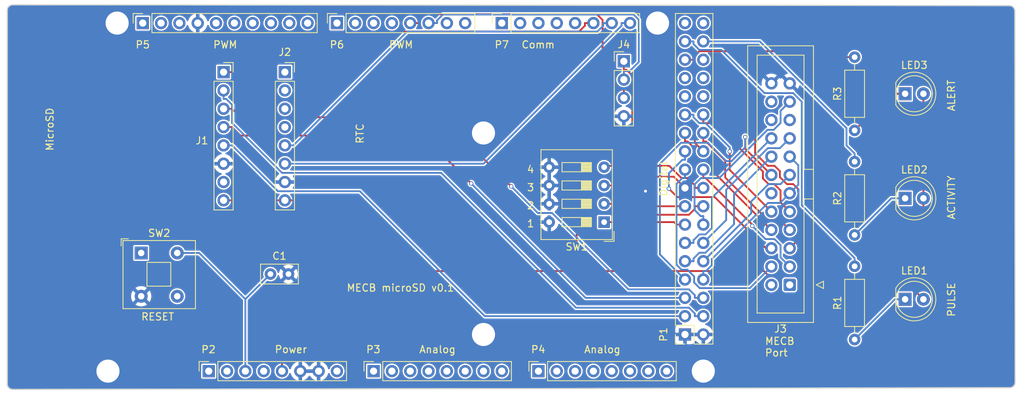
<source format=kicad_pcb>
(kicad_pcb (version 20240108) (generator "pcbnew") (generator_version "8.0")
  (title_block (date "mar. 31 mars 2015"))
  (layers (0 "F.Cu" signal) (31 "B.Cu" signal) (34 "B.Paste" user) (35 "F.Paste" user) (36 "B.SilkS" user "B.Silkscreen") (37 "F.SilkS" user "F.Silkscreen") (38 "B.Mask" user) (39 "F.Mask" user) (44 "Edge.Cuts" user))
  (net 0 "")
  (net 1 "GND")
  (net 2 "Net-(J1-Pin_5)")
  (net 3 "Net-(J1-Pin_2)")
  (net 4 "Net-(J1-Pin_1)")
  (net 6 "OPTION_1")
  (net 7 "OPTION_3")
  (net 8 "OPTION_2")
  (net 9 "OPTION_4")
  (net 10 "DATA_1")
  (net 11 "DATA_0")
  (net 12 "DATA_3")
  (net 13 "DATA_2")
  (net 14 "DATA_5")
  (net 15 "DATA_4")
  (net 16 "DATA_7")
  (net 17 "DATA_6")
  (net 22 "Net-(P1-Pin_31)")
  (net 24 "Net-(P1-Pin_33)")
  (net 25 "Net-(P1-Pin_34)")
  (net 27 "+5V")
  (net 29 "Net-(P2-Pin_3)")
  (net 30 "+8V")
  (net 47 "Net-(J1-Pin_4)")
  (net 48 "Net-(J1-Pin_3)")
  (net 60 "+3V3")
  (net 72 "Net-(J2-Pin_5)")
  (net 75 "Net-(J2-Pin_6)")
  (net 76 "Net-(J3-Pin_11)")
  (net 77 "Net-(J3-Pin_18)")
  (net 80 "Net-(J3-Pin_16)")
  (net 81 "Net-(J3-Pin_13)")
  (net 82 "Net-(J3-Pin_14)")
  (net 83 "Net-(J3-Pin_17)")
  (net 85 "Net-(J3-Pin_21)")
  (net 89 "Net-(LED2-K)")
  (net 90 "Net-(J4-Pin_2)")
  (net 91 "Net-(J4-Pin_3)")
  (net 92 "Net-(LED1-K)")
  (net 93 "Net-(LED3-K)")
  (footprint "Connector_PinSocket_2.54mm:PinSocket_2x18_P2.54mm_Vertical" (layer "F.Cu") (at 193.98 92.38 180)
    (property "Reference" "P1" (hide yes))
    (property "Value" "Digital" (at 2.98 21.59 90) (layer "F.SilkS"))
    (fp_text user "${REFERENCE}" (at 2.98 0 90) (layer "F.SilkS"))
    (pad "1" thru_hole rect (at 0 0 180) (size 1.7 1.7) (drill 1) (layers "*.Cu" "*.Mask") (net 1 "GND"))
    (pad "2" thru_hole oval (at -2.54 0 180) (size 1.7 1.7) (drill 1) (layers "*.Cu" "*.Mask") (net 1 "GND"))
    (pad "3" thru_hole oval (at 0 2.54 180) (size 1.7 1.7) (drill 1) (layers "*.Cu" "*.Mask") (net 2 "Net-(J1-Pin_5)"))
    (pad "4" thru_hole oval (at -2.54 2.54 180) (size 1.7 1.7) (drill 1) (layers "*.Cu" "*.Mask") (net 3 "Net-(J1-Pin_2)"))
    (pad "5" thru_hole oval (at 0 5.08 180) (size 1.7 1.7) (drill 1) (layers "*.Cu" "*.Mask") (net 47 "Net-(J1-Pin_4)"))
    (pad "6" thru_hole oval (at -2.54 5.08 180) (size 1.7 1.7) (drill 1) (layers "*.Cu" "*.Mask") (net 48 "Net-(J1-Pin_3)"))
    (pad "7" thru_hole oval (at 0 7.62 180) (size 1.7 1.7) (drill 1) (layers "*.Cu" "*.Mask") (net 82 "Net-(J3-Pin_14)"))
    (pad "8" thru_hole oval (at -2.54 7.62 180) (size 1.7 1.7) (drill 1) (layers "*.Cu" "*.Mask") (net 76 "Net-(J3-Pin_11)"))
    (pad "9" thru_hole oval (at 0 10.16 180) (size 1.7 1.7) (drill 1) (layers "*.Cu" "*.Mask") (net 80 "Net-(J3-Pin_16)"))
    (pad "10" thru_hole oval (at -2.54 10.16 180) (size 1.7 1.7) (drill 1) (layers "*.Cu" "*.Mask") (net 81 "Net-(J3-Pin_13)"))
    (pad "11" thru_hole oval (at 0 12.7 180) (size 1.7 1.7) (drill 1) (layers "*.Cu" "*.Mask") (net 77 "Net-(J3-Pin_18)"))
    (pad "12" thru_hole oval (at -2.54 12.7 180) (size 1.7 1.7) (drill 1) (layers "*.Cu" "*.Mask") (net 83 "Net-(J3-Pin_17)"))
    (pad "13" thru_hole oval (at 0 15.24 180) (size 1.7 1.7) (drill 1) (layers "*.Cu" "*.Mask") (net 6 "OPTION_1"))
    (pad "14" thru_hole oval (at -2.54 15.24 180) (size 1.7 1.7) (drill 1) (layers "*.Cu" "*.Mask") (net 85 "Net-(J3-Pin_21)"))
    (pad "15" thru_hole oval (at 0 17.78 180) (size 1.7 1.7) (drill 1) (layers "*.Cu" "*.Mask") (net 7 "OPTION_3"))
    (pad "16" thru_hole oval (at -2.54 17.78 180) (size 1.7 1.7) (drill 1) (layers "*.Cu" "*.Mask") (net 8 "OPTION_2"))
    (pad "17" thru_hole oval (at 0 20.32 180) (size 1.7 1.7) (drill 1) (layers "*.Cu" "*.Mask") (net 1 "GND"))
    (pad "18" thru_hole oval (at -2.54 20.32 180) (size 1.7 1.7) (drill 1) (layers "*.Cu" "*.Mask") (net 9 "OPTION_4"))
    (pad "19" thru_hole oval (at 0 22.86 180) (size 1.7 1.7) (drill 1) (layers "*.Cu" "*.Mask") (net 10 "DATA_1"))
    (pad "20" thru_hole oval (at -2.54 22.86 180) (size 1.7 1.7) (drill 1) (layers "*.Cu" "*.Mask") (net 11 "DATA_0"))
    (pad "21" thru_hole oval (at 0 25.4 180) (size 1.7 1.7) (drill 1) (layers "*.Cu" "*.Mask") (net 12 "DATA_3"))
    (pad "22" thru_hole oval (at -2.54 25.4 180) (size 1.7 1.7) (drill 1) (layers "*.Cu" "*.Mask") (net 13 "DATA_2"))
    (pad "23" thru_hole oval (at 0 27.94 180) (size 1.7 1.7) (drill 1) (layers "*.Cu" "*.Mask") (net 14 "DATA_5"))
    (pad "24" thru_hole oval (at -2.54 27.94 180) (size 1.7 1.7) (drill 1) (layers "*.Cu" "*.Mask") (net 15 "DATA_4"))
    (pad "25" thru_hole oval (at 0 30.48 180) (size 1.7 1.7) (drill 1) (layers "*.Cu" "*.Mask") (net 16 "DATA_7"))
    (pad "26" thru_hole oval (at -2.54 30.48 180) (size 1.7 1.7) (drill 1) (layers "*.Cu" "*.Mask") (net 17 "DATA_6"))
    (pad "27" thru_hole oval (at 0 33.02 180) (size 1.7 1.7) (drill 1) (layers "*.Cu" "*.Mask"))
    (pad "28" thru_hole oval (at -2.54 33.02 180) (size 1.7 1.7) (drill 1) (layers "*.Cu" "*.Mask"))
    (pad "29" thru_hole oval (at 0 35.56 180) (size 1.7 1.7) (drill 1) (layers "*.Cu" "*.Mask"))
    (pad "30" thru_hole oval (at -2.54 35.56 180) (size 1.7 1.7) (drill 1) (layers "*.Cu" "*.Mask"))
    (pad "31" thru_hole oval (at 0 38.1 180) (size 1.7 1.7) (drill 1) (layers "*.Cu" "*.Mask") (net 22 "Net-(P1-Pin_31)"))
    (pad "32" thru_hole oval (at -2.54 38.1 180) (size 1.7 1.7) (drill 1) (layers "*.Cu" "*.Mask"))
    (pad "33" thru_hole oval (at 0 40.64 180) (size 1.7 1.7) (drill 1) (layers "*.Cu" "*.Mask") (net 24 "Net-(P1-Pin_33)"))
    (pad "34" thru_hole oval (at -2.54 40.64 180) (size 1.7 1.7) (drill 1) (layers "*.Cu" "*.Mask") (net 25 "Net-(P1-Pin_34)"))
    (pad "35" thru_hole oval (at 0 43.18 180) (size 1.7 1.7) (drill 1) (layers "*.Cu" "*.Mask"))
    (pad "36" thru_hole oval (at -2.54 43.18 180) (size 1.7 1.7) (drill 1) (layers "*.Cu" "*.Mask"))
  )
  (footprint "Connector_PinSocket_2.54mm:PinSocket_1x08_P2.54mm_Vertical" (layer "F.Cu") (at 127.94 97.46 90)
    (property "Reference" "P2" (hide yes))
    (property "Value" "Power" (at 3.01 11.4 180) (layer "F.SilkS"))
    (fp_text user "${REFERENCE}" (at 3 -0.03 0) (layer "F.SilkS"))
    (pad "1" thru_hole rect (at 0 0 90) (size 1.7 1.7) (drill 1) (layers "*.Cu" "*.Mask"))
    (pad "2" thru_hole oval (at 0 2.54 90) (size 1.7 1.7) (drill 1) (layers "*.Cu" "*.Mask"))
    (pad "3" thru_hole oval (at 0 5.08 90) (size 1.7 1.7) (drill 1) (layers "*.Cu" "*.Mask") (net 29 "Net-(P2-Pin_3)"))
    (pad "4" thru_hole oval (at 0 7.62 90) (size 1.7 1.7) (drill 1) (layers "*.Cu" "*.Mask") (net 60 "+3V3"))
    (pad "5" thru_hole oval (at 0 10.16 90) (size 1.7 1.7) (drill 1) (layers "*.Cu" "*.Mask") (net 27 "+5V"))
    (pad "6" thru_hole oval (at 0 12.7 90) (size 1.7 1.7) (drill 1) (layers "*.Cu" "*.Mask") (net 1 "GND"))
    (pad "7" thru_hole oval (at 0 15.24 90) (size 1.7 1.7) (drill 1) (layers "*.Cu" "*.Mask") (net 1 "GND"))
    (pad "8" thru_hole oval (at 0 17.78 90) (size 1.7 1.7) (drill 1) (layers "*.Cu" "*.Mask") (net 30 "+8V"))
  )
  (footprint "Connector_PinSocket_2.54mm:PinSocket_1x08_P2.54mm_Vertical" (layer "F.Cu") (at 150.8 97.46 90)
    (property "Reference" "P3" (hide yes))
    (property "Value" "Analog" (at 3 8.86 180) (layer "F.SilkS"))
    (fp_text user "${REFERENCE}" (at 3 -0.03 0) (layer "F.SilkS"))
    (pad "1" thru_hole rect (at 0 0 90) (size 1.7 1.7) (drill 1) (layers "*.Cu" "*.Mask"))
    (pad "2" thru_hole oval (at 0 2.54 90) (size 1.7 1.7) (drill 1) (layers "*.Cu" "*.Mask"))
    (pad "3" thru_hole oval (at 0 5.08 90) (size 1.7 1.7) (drill 1) (layers "*.Cu" "*.Mask"))
    (pad "4" thru_hole oval (at 0 7.62 90) (size 1.7 1.7) (drill 1) (layers "*.Cu" "*.Mask"))
    (pad "5" thru_hole oval (at 0 10.16 90) (size 1.7 1.7) (drill 1) (layers "*.Cu" "*.Mask"))
    (pad "6" thru_hole oval (at 0 12.7 90) (size 1.7 1.7) (drill 1) (layers "*.Cu" "*.Mask"))
    (pad "7" thru_hole oval (at 0 15.24 90) (size 1.7 1.7) (drill 1) (layers "*.Cu" "*.Mask"))
    (pad "8" thru_hole oval (at 0 17.78 90) (size 1.7 1.7) (drill 1) (layers "*.Cu" "*.Mask"))
  )
  (footprint "Connector_PinSocket_2.54mm:PinSocket_1x08_P2.54mm_Vertical" (layer "F.Cu") (at 173.66 97.46 90)
    (property "Reference" "P4" (hide yes))
    (property "Value" "Analog" (at 3 8.86 180) (layer "F.SilkS"))
    (fp_text user "${REFERENCE}" (at 3 -0.03 0) (layer "F.SilkS"))
    (pad "1" thru_hole rect (at 0 0 90) (size 1.7 1.7) (drill 1) (layers "*.Cu" "*.Mask"))
    (pad "2" thru_hole oval (at 0 2.54 90) (size 1.7 1.7) (drill 1) (layers "*.Cu" "*.Mask"))
    (pad "3" thru_hole oval (at 0 5.08 90) (size 1.7 1.7) (drill 1) (layers "*.Cu" "*.Mask"))
    (pad "4" thru_hole oval (at 0 7.62 90) (size 1.7 1.7) (drill 1) (layers "*.Cu" "*.Mask"))
    (pad "5" thru_hole oval (at 0 10.16 90) (size 1.7 1.7) (drill 1) (layers "*.Cu" "*.Mask"))
    (pad "6" thru_hole oval (at 0 12.7 90) (size 1.7 1.7) (drill 1) (layers "*.Cu" "*.Mask"))
    (pad "7" thru_hole oval (at 0 15.24 90) (size 1.7 1.7) (drill 1) (layers "*.Cu" "*.Mask"))
    (pad "8" thru_hole oval (at 0 17.78 90) (size 1.7 1.7) (drill 1) (layers "*.Cu" "*.Mask"))
  )
  (footprint "Connector_PinSocket_2.54mm:PinSocket_1x10_P2.54mm_Vertical" (layer "F.Cu") (at 118.796 49.2 90)
    (property "Reference" "P5" (hide yes))
    (property "Value" "PWM" (at -3 11.43 180) (layer "F.SilkS"))
    (fp_text user "${REFERENCE}" (at -3 0 0) (layer "F.SilkS"))
    (pad "1" thru_hole rect (at 0 0 90) (size 1.7 1.7) (drill 1) (layers "*.Cu" "*.Mask"))
    (pad "2" thru_hole oval (at 0 2.54 90) (size 1.7 1.7) (drill 1) (layers "*.Cu" "*.Mask"))
    (pad "3" thru_hole oval (at 0 5.08 90) (size 1.7 1.7) (drill 1) (layers "*.Cu" "*.Mask"))
    (pad "4" thru_hole oval (at 0 7.62 90) (size 1.7 1.7) (drill 1) (layers "*.Cu" "*.Mask") (net 1 "GND"))
    (pad "5" thru_hole oval (at 0 10.16 90) (size 1.7 1.7) (drill 1) (layers "*.Cu" "*.Mask"))
    (pad "6" thru_hole oval (at 0 12.7 90) (size 1.7 1.7) (drill 1) (layers "*.Cu" "*.Mask"))
    (pad "7" thru_hole oval (at 0 15.24 90) (size 1.7 1.7) (drill 1) (layers "*.Cu" "*.Mask"))
    (pad "8" thru_hole oval (at 0 17.78 90) (size 1.7 1.7) (drill 1) (layers "*.Cu" "*.Mask"))
    (pad "9" thru_hole oval (at 0 20.32 90) (size 1.7 1.7) (drill 1) (layers "*.Cu" "*.Mask"))
    (pad "10" thru_hole oval (at 0 22.86 90) (size 1.7 1.7) (drill 1) (layers "*.Cu" "*.Mask"))
  )
  (footprint "Connector_PinSocket_2.54mm:PinSocket_1x08_P2.54mm_Vertical" (layer "F.Cu") (at 145.72 49.2 90)
    (property "Reference" "P6" (hide yes))
    (property "Value" "PWM" (at -3 8.89 180) (layer "F.SilkS"))
    (fp_text user "${REFERENCE}" (at -3 0 0) (layer "F.SilkS"))
    (pad "1" thru_hole rect (at 0 0 90) (size 1.7 1.7) (drill 1) (layers "*.Cu" "*.Mask"))
    (pad "2" thru_hole oval (at 0 2.54 90) (size 1.7 1.7) (drill 1) (layers "*.Cu" "*.Mask"))
    (pad "3" thru_hole oval (at 0 5.08 90) (size 1.7 1.7) (drill 1) (layers "*.Cu" "*.Mask"))
    (pad "4" thru_hole oval (at 0 7.62 90) (size 1.7 1.7) (drill 1) (layers "*.Cu" "*.Mask"))
    (pad "5" thru_hole oval (at 0 10.16 90) (size 1.7 1.7) (drill 1) (layers "*.Cu" "*.Mask") (net 91 "Net-(J4-Pin_3)"))
    (pad "6" thru_hole oval (at 0 12.7 90) (size 1.7 1.7) (drill 1) (layers "*.Cu" "*.Mask") (net 90 "Net-(J4-Pin_2)"))
    (pad "7" thru_hole oval (at 0 15.24 90) (size 1.7 1.7) (drill 1) (layers "*.Cu" "*.Mask"))
    (pad "8" thru_hole oval (at 0 17.78 90) (size 1.7 1.7) (drill 1) (layers "*.Cu" "*.Mask"))
  )
  (footprint "Connector_PinSocket_2.54mm:PinSocket_1x08_P2.54mm_Vertical" (layer "F.Cu") (at 168.58 49.2 90)
    (property "Reference" "P7" (hide yes))
    (property "Value" "Comm" (at -3 5.04 180) (layer "F.SilkS"))
    (fp_text user "${REFERENCE}" (at -3 0 0) (layer "F.SilkS"))
    (pad "1" thru_hole rect (at 0 0 90) (size 1.7 1.7) (drill 1) (layers "*.Cu" "*.Mask"))
    (pad "2" thru_hole oval (at 0 2.54 90) (size 1.7 1.7) (drill 1) (layers "*.Cu" "*.Mask"))
    (pad "3" thru_hole oval (at 0 5.08 90) (size 1.7 1.7) (drill 1) (layers "*.Cu" "*.Mask"))
    (pad "4" thru_hole oval (at 0 7.62 90) (size 1.7 1.7) (drill 1) (layers "*.Cu" "*.Mask"))
    (pad "5" thru_hole oval (at 0 10.16 90) (size 1.7 1.7) (drill 1) (layers "*.Cu" "*.Mask"))
    (pad "6" thru_hole oval (at 0 12.7 90) (size 1.7 1.7) (drill 1) (layers "*.Cu" "*.Mask") (net 4 "Net-(J1-Pin_1)"))
    (pad "7" thru_hole oval (at 0 15.24 90) (size 1.7 1.7) (drill 1) (layers "*.Cu" "*.Mask") (net 72 "Net-(J2-Pin_5)"))
    (pad "8" thru_hole oval (at 0 17.78 90) (size 1.7 1.7) (drill 1) (layers "*.Cu" "*.Mask") (net 75 "Net-(J2-Pin_6)"))
  )
  (footprint "Resistor_THT:R_Axial_DIN0207_L6.3mm_D2.5mm_P10.16mm_Horizontal" (layer "F.Cu") (at 217.5 64.08 90)
    (property "Reference" "R3" (at 5.08 -2.37 90) (layer "F.SilkS"))
    (property "Value" "220R")
    (pad "1" thru_hole circle (at 0 0 90) (size 1.6 1.6) (drill 0.8) (layers "*.Cu" "*.Mask") (net 93 "Net-(LED3-K)"))
    (pad "2" thru_hole oval (at 10.16 0 90) (size 1.6 1.6) (drill 0.8) (layers "*.Cu" "*.Mask") (net 22 "Net-(P1-Pin_31)"))
  )
  (footprint "Resistor_THT:R_Axial_DIN0207_L6.3mm_D2.5mm_P10.16mm_Horizontal" (layer "F.Cu") (at 217.5 93.08 90)
    (property "Reference" "R1" (at 5.08 -2.37 90) (layer "F.SilkS"))
    (property "Value" "220R")
    (pad "1" thru_hole circle (at 0 0 90) (size 1.6 1.6) (drill 0.8) (layers "*.Cu" "*.Mask") (net 92 "Net-(LED1-K)"))
    (pad "2" thru_hole oval (at 10.16 0 90) (size 1.6 1.6) (drill 0.8) (layers "*.Cu" "*.Mask") (net 24 "Net-(P1-Pin_33)"))
  )
  (footprint "Connector_PinSocket_2.54mm:PinSocket_1x08_P2.54mm_Vertical" (layer "F.Cu") (at 130 56)
    (property "Reference" "J1" (at -3 9.5 0) (layer "F.SilkS"))
    (property "Value" "MicroSD")
    (pad "1" thru_hole rect (at 0 0) (size 1.7 1.7) (drill 1) (layers "*.Cu" "*.Mask") (net 4 "Net-(J1-Pin_1)"))
    (pad "2" thru_hole oval (at 0 2.54) (size 1.7 1.7) (drill 1) (layers "*.Cu" "*.Mask") (net 3 "Net-(J1-Pin_2)"))
    (pad "3" thru_hole oval (at 0 5.08) (size 1.7 1.7) (drill 1) (layers "*.Cu" "*.Mask") (net 48 "Net-(J1-Pin_3)"))
    (pad "4" thru_hole oval (at 0 7.62) (size 1.7 1.7) (drill 1) (layers "*.Cu" "*.Mask") (net 47 "Net-(J1-Pin_4)"))
    (pad "5" thru_hole oval (at 0 10.16) (size 1.7 1.7) (drill 1) (layers "*.Cu" "*.Mask") (net 2 "Net-(J1-Pin_5)"))
    (pad "6" thru_hole oval (at 0 12.7) (size 1.7 1.7) (drill 1) (layers "*.Cu" "*.Mask") (net 1 "GND"))
    (pad "7" thru_hole oval (at 0 15.24) (size 1.7 1.7) (drill 1) (layers "*.Cu" "*.Mask"))
    (pad "8" thru_hole oval (at 0 17.78) (size 1.7 1.7) (drill 1) (layers "*.Cu" "*.Mask") (net 27 "+5V"))
  )
  (footprint "Arduino_MountingHole:MountingHole_3.2mm" (layer "F.Cu") (at 196.52 97.46)
    (property "Reference" "MH6" (hide yes))
    (property "Value" "MountingHole_3.2mm" (hide yes))
    (pad "" np_thru_hole circle (at 0 0) (size 3.2 3.2) (drill 3.2) (layers "*.Cu" "*.Mask"))
  )
  (footprint "Connector_PinHeader_2.54mm:PinHeader_1x04_P2.54mm_Vertical" (layer "F.Cu") (at 185.5 54.5)
    (property "Reference" "J4" (at 0 -2.33 0) (layer "F.SilkS"))
    (property "Value" "PS/2" (hide yes))
    (pad "1" thru_hole rect (at 0 0) (size 1.7 1.7) (drill 1) (layers "*.Cu" "*.Mask") (net 27 "+5V"))
    (pad "2" thru_hole oval (at 0 2.54) (size 1.7 1.7) (drill 1) (layers "*.Cu" "*.Mask") (net 90 "Net-(J4-Pin_2)"))
    (pad "3" thru_hole oval (at 0 5.08) (size 1.7 1.7) (drill 1) (layers "*.Cu" "*.Mask") (net 91 "Net-(J4-Pin_3)"))
    (pad "4" thru_hole oval (at 0 7.62) (size 1.7 1.7) (drill 1) (layers "*.Cu" "*.Mask") (net 1 "GND"))
  )
  (footprint "Button_Switch_THT:SW_Push_2P1T_Toggle_CK_PVA1xxH1xxxxxxV2" (layer "F.Cu") (at 118.5775 81.0775)
    (property "Reference" "SW2" (at 2.5 -2.75 0) (layer "F.SilkS"))
    (property "Value" "RESET")
    (pad "1" thru_hole rect (at 0 0) (size 1.8 1.8) (drill 0.9) (layers "*.Cu" "*.Mask"))
    (pad "2" thru_hole circle (at 5 0) (size 1.8 1.8) (drill 0.9) (layers "*.Cu" "*.Mask") (net 29 "Net-(P2-Pin_3)"))
    (pad "3" thru_hole circle (at 0 6) (size 1.8 1.8) (drill 0.9) (layers "*.Cu" "*.Mask") (net 1 "GND"))
    (pad "4" thru_hole circle (at 5 6) (size 1.8 1.8) (drill 0.9) (layers "*.Cu" "*.Mask"))
  )
  (footprint "LED_THT:LED_D5.0mm" (layer "F.Cu") (at 224.5 87.5)
    (property "Reference" "LED1" (at 1.27 -3.96 0) (layer "F.SilkS"))
    (property "Value" "GREEN")
    (pad "1" thru_hole rect (at 0 0) (size 1.8 1.8) (drill 0.9) (layers "*.Cu" "*.Mask") (net 92 "Net-(LED1-K)"))
    (pad "2" thru_hole circle (at 2.54 0) (size 1.8 1.8) (drill 0.9) (layers "*.Cu" "*.Mask") (net 27 "+5V"))
  )
  (footprint "Connector_IDC:IDC-Header_2x12_P2.54mm_Vertical" (layer "F.Cu") (at 208.5 85.5 180)
    (property "Reference" "J3" (at 1.27 -6.1 0) (layer "F.SilkS"))
    (property "Value" "MECB")
    (pad "1" thru_hole roundrect (at 0 0 180) (size 1.7 1.7) (drill 1) (layers "*.Cu" "*.Mask") (roundrect_rratio 0.147059))
    (pad "2" thru_hole circle (at 2.54 0 180) (size 1.7 1.7) (drill 1) (layers "*.Cu" "*.Mask"))
    (pad "3" thru_hole circle (at 0 2.54 180) (size 1.7 1.7) (drill 1) (layers "*.Cu" "*.Mask") (net 11 "DATA_0"))
    (pad "4" thru_hole circle (at 2.54 2.54 180) (size 1.7 1.7) (drill 1) (layers "*.Cu" "*.Mask") (net 10 "DATA_1"))
    (pad "5" thru_hole circle (at 0 5.08 180) (size 1.7 1.7) (drill 1) (layers "*.Cu" "*.Mask") (net 13 "DATA_2"))
    (pad "6" thru_hole circle (at 2.54 5.08 180) (size 1.7 1.7) (drill 1) (layers "*.Cu" "*.Mask") (net 12 "DATA_3"))
    (pad "7" thru_hole circle (at 0 7.62 180) (size 1.7 1.7) (drill 1) (layers "*.Cu" "*.Mask") (net 15 "DATA_4"))
    (pad "8" thru_hole circle (at 2.54 7.62 180) (size 1.7 1.7) (drill 1) (layers "*.Cu" "*.Mask") (net 14 "DATA_5"))
    (pad "9" thru_hole circle (at 0 10.16 180) (size 1.7 1.7) (drill 1) (layers "*.Cu" "*.Mask") (net 17 "DATA_6"))
    (pad "10" thru_hole circle (at 2.54 10.16 180) (size 1.7 1.7) (drill 1) (layers "*.Cu" "*.Mask") (net 16 "DATA_7"))
    (pad "11" thru_hole circle (at 0 12.7 180) (size 1.7 1.7) (drill 1) (layers "*.Cu" "*.Mask") (net 76 "Net-(J3-Pin_11)"))
    (pad "12" thru_hole circle (at 2.54 12.7 180) (size 1.7 1.7) (drill 1) (layers "*.Cu" "*.Mask"))
    (pad "13" thru_hole circle (at 0 15.24 180) (size 1.7 1.7) (drill 1) (layers "*.Cu" "*.Mask") (net 81 "Net-(J3-Pin_13)"))
    (pad "14" thru_hole circle (at 2.54 15.24 180) (size 1.7 1.7) (drill 1) (layers "*.Cu" "*.Mask") (net 82 "Net-(J3-Pin_14)"))
    (pad "15" thru_hole circle (at 0 17.78 180) (size 1.7 1.7) (drill 1) (layers "*.Cu" "*.Mask") (net 76 "Net-(J3-Pin_11)"))
    (pad "16" thru_hole circle (at 2.54 17.78 180) (size 1.7 1.7) (drill 1) (layers "*.Cu" "*.Mask") (net 80 "Net-(J3-Pin_16)"))
    (pad "17" thru_hole circle (at 0 20.32 180) (size 1.7 1.7) (drill 1) (layers "*.Cu" "*.Mask") (net 83 "Net-(J3-Pin_17)"))
    (pad "18" thru_hole circle (at 2.54 20.32 180) (size 1.7 1.7) (drill 1) (layers "*.Cu" "*.Mask") (net 77 "Net-(J3-Pin_18)"))
    (pad "19" thru_hole circle (at 0 22.86 180) (size 1.7 1.7) (drill 1) (layers "*.Cu" "*.Mask"))
    (pad "20" thru_hole circle (at 2.54 22.86 180) (size 1.7 1.7) (drill 1) (layers "*.Cu" "*.Mask"))
    (pad "21" thru_hole circle (at 0 25.4 180) (size 1.7 1.7) (drill 1) (layers "*.Cu" "*.Mask") (net 85 "Net-(J3-Pin_21)"))
    (pad "22" thru_hole circle (at 2.54 25.4 180) (size 1.7 1.7) (drill 1) (layers "*.Cu" "*.Mask"))
    (pad "23" thru_hole circle (at 0 27.94 180) (size 1.7 1.7) (drill 1) (layers "*.Cu" "*.Mask") (net 1 "GND"))
    (pad "24" thru_hole circle (at 2.54 27.94 180) (size 1.7 1.7) (drill 1) (layers "*.Cu" "*.Mask") (net 1 "GND"))
  )
  (footprint "Arduino_MountingHole:MountingHole_3.2mm" (layer "F.Cu") (at 115.24 49.2)
    (property "Reference" "MH1" (hide yes))
    (property "Value" "MountingHole_3.2mm" (hide yes))
    (pad "" np_thru_hole circle (at 0 0) (size 3.2 3.2) (drill 3.2) (layers "*.Cu" "*.Mask"))
  )
  (footprint "Capacitor_THT:C_Disc_D5.0mm_W2.5mm_P2.50mm" (layer "F.Cu") (at 136.5 84)
    (property "Reference" "C1" (at 1.25 -2.5 0) (layer "F.SilkS"))
    (property "Value" "100nF")
    (pad "1" thru_hole circle (at 0 0) (size 1.6 1.6) (drill 0.8) (layers "*.Cu" "*.Mask") (net 29 "Net-(P2-Pin_3)"))
    (pad "2" thru_hole circle (at 2.5 0) (size 1.6 1.6) (drill 0.8) (layers "*.Cu" "*.Mask") (net 1 "GND"))
  )
  (footprint "Connector_PinSocket_2.54mm:PinSocket_1x08_P2.54mm_Vertical" (layer "F.Cu") (at 138.5 56)
    (property "Reference" "J2" (at 0 -2.77 0) (layer "F.SilkS"))
    (property "Value" "RTC")
    (pad "1" thru_hole rect (at 0 0) (size 1.7 1.7) (drill 1) (layers "*.Cu" "*.Mask"))
    (pad "2" thru_hole oval (at 0 2.54) (size 1.7 1.7) (drill 1) (layers "*.Cu" "*.Mask"))
    (pad "3" thru_hole oval (at 0 5.08) (size 1.7 1.7) (drill 1) (layers "*.Cu" "*.Mask"))
    (pad "4" thru_hole oval (at 0 7.62) (size 1.7 1.7) (drill 1) (layers "*.Cu" "*.Mask"))
    (pad "5" thru_hole oval (at 0 10.16) (size 1.7 1.7) (drill 1) (layers "*.Cu" "*.Mask") (net 72 "Net-(J2-Pin_5)"))
    (pad "6" thru_hole oval (at 0 12.7) (size 1.7 1.7) (drill 1) (layers "*.Cu" "*.Mask") (net 75 "Net-(J2-Pin_6)"))
    (pad "7" thru_hole oval (at 0 15.24) (size 1.7 1.7) (drill 1) (layers "*.Cu" "*.Mask") (net 1 "GND"))
    (pad "8" thru_hole oval (at 0 17.78) (size 1.7 1.7) (drill 1) (layers "*.Cu" "*.Mask") (net 27 "+5V"))
  )
  (footprint "Button_Switch_THT:SW_DIP_SPSTx04_Slide_9.78x12.34mm_W7.62mm_P2.54mm" (layer "F.Cu") (at 182.7675 76.8 180)
    (property "Reference" "SW1" (at 3.81 -3.42 0) (layer "F.SilkS"))
    (property "Value" "OPTIONS")
    (pad "1" thru_hole rect (at 0 0 180) (size 1.6 1.6) (drill 0.8) (layers "*.Cu" "*.Mask") (net 6 "OPTION_1"))
    (pad "2" thru_hole oval (at 0 2.54 180) (size 1.6 1.6) (drill 0.8) (layers "*.Cu" "*.Mask") (net 8 "OPTION_2"))
    (pad "3" thru_hole oval (at 0 5.08 180) (size 1.6 1.6) (drill 0.8) (layers "*.Cu" "*.Mask") (net 7 "OPTION_3"))
    (pad "4" thru_hole oval (at 0 7.62 180) (size 1.6 1.6) (drill 0.8) (layers "*.Cu" "*.Mask") (net 9 "OPTION_4"))
    (pad "5" thru_hole oval (at 7.62 7.62 180) (size 1.6 1.6) (drill 0.8) (layers "*.Cu" "*.Mask") (net 1 "GND"))
    (pad "6" thru_hole oval (at 7.62 5.08 180) (size 1.6 1.6) (drill 0.8) (layers "*.Cu" "*.Mask") (net 1 "GND"))
    (pad "7" thru_hole oval (at 7.62 2.54 180) (size 1.6 1.6) (drill 0.8) (layers "*.Cu" "*.Mask") (net 1 "GND"))
    (pad "8" thru_hole oval (at 7.62 0 180) (size 1.6 1.6) (drill 0.8) (layers "*.Cu" "*.Mask") (net 1 "GND"))
  )
  (footprint "Resistor_THT:R_Axial_DIN0207_L6.3mm_D2.5mm_P10.16mm_Horizontal" (layer "F.Cu") (at 217.5 78.58 90)
    (property "Reference" "R2" (at 5.08 -2.37 90) (layer "F.SilkS"))
    (property "Value" "220R")
    (pad "1" thru_hole circle (at 0 0 90) (size 1.6 1.6) (drill 0.8) (layers "*.Cu" "*.Mask") (net 89 "Net-(LED2-K)"))
    (pad "2" thru_hole oval (at 10.16 0 90) (size 1.6 1.6) (drill 0.8) (layers "*.Cu" "*.Mask") (net 25 "Net-(P1-Pin_34)"))
  )
  (footprint "LED_THT:LED_D5.0mm" (layer "F.Cu") (at 224.5 59)
    (property "Reference" "LED3" (at 1.27 -3.96 0) (layer "F.SilkS"))
    (property "Value" "RED")
    (pad "1" thru_hole rect (at 0 0) (size 1.8 1.8) (drill 0.9) (layers "*.Cu" "*.Mask") (net 93 "Net-(LED3-K)"))
    (pad "2" thru_hole circle (at 2.54 0) (size 1.8 1.8) (drill 0.9) (layers "*.Cu" "*.Mask") (net 27 "+5V"))
  )
  (footprint "LED_THT:LED_D5.0mm" (layer "F.Cu") (at 224.5 73.5)
    (property "Reference" "LED2" (at 1.27 -3.96 0) (layer "F.SilkS"))
    (property "Value" "YELLOW")
    (pad "1" thru_hole rect (at 0 0) (size 1.8 1.8) (drill 0.9) (layers "*.Cu" "*.Mask") (net 89 "Net-(LED2-K)"))
    (pad "2" thru_hole circle (at 2.54 0) (size 1.8 1.8) (drill 0.9) (layers "*.Cu" "*.Mask") (net 27 "+5V"))
  )
  (footprint "Arduino_MountingHole:MountingHole_3.2mm" (layer "F.Cu") (at 113.97 97.46)
    (property "Reference" "MH2" (hide yes))
    (property "Value" "MountingHole_3.2mm" (hide yes))
    (pad "" np_thru_hole circle (at 0 0) (size 3.2 3.2) (drill 3.2) (layers "*.Cu" "*.Mask"))
  )
  (footprint "Arduino_MountingHole:MountingHole_3.2mm" (layer "F.Cu") (at 166.04 64.44)
    (property "Reference" "MH3" (hide yes))
    (property "Value" "MountingHole_3.2mm" (hide yes))
    (pad "" np_thru_hole circle (at 0 0) (size 3.2 3.2) (drill 3.2) (layers "*.Cu" "*.Mask"))
  )
  (footprint "Arduino_MountingHole:MountingHole_3.2mm" (layer "F.Cu") (at 166.04 92.38)
    (property "Reference" "MH4" (hide yes))
    (property "Value" "MountingHole_3.2mm" (hide yes))
    (pad "" np_thru_hole circle (at 0 0) (size 3.2 3.2) (drill 3.2) (layers "*.Cu" "*.Mask"))
  )
  (footprint "Arduino_MountingHole:MountingHole_3.2mm" (layer "F.Cu") (at 190.17 49.2)
    (property "Reference" "MH5" (hide yes))
    (property "Value" "MountingHole_3.2mm" (hide yes))
    (pad "" np_thru_hole circle (at 0 0) (size 3.2 3.2) (drill 3.2) (layers "*.Cu" "*.Mask"))
  )
  (gr_line (start 100 99.238) (end 100 47.422) (stroke (width 0.15)) (layer "Edge.Cuts"))
  (gr_arc (start 239.762 99) (mid 239.538815 99.538815) (end 239 99.762) (stroke (width 0.15)) (layer "Edge.Cuts"))
  (gr_line (start 239.762 99) (end 239.723185 47.538815) (stroke (width 0.15)) (layer "Edge.Cuts"))
  (gr_line (start 239 99.762) (end 100.762 100) (stroke (width 0.15)) (layer "Edge.Cuts"))
  (gr_line (start 100.762 46.66) (end 238.961185 46.776815) (stroke (width 0.15)) (layer "Edge.Cuts"))
  (gr_arc (start 100.762 100) (mid 100.223185 99.776815) (end 100 99.238) (stroke (width 0.15)) (layer "Edge.Cuts"))
  (gr_arc (start 238.961185 46.776815) (mid 239.5 47) (end 239.723185 47.538815) (stroke (width 0.15)) (layer "Edge.Cuts"))
  (gr_arc (start 100 47.422) (mid 100.223185 46.883185) (end 100.762 46.66) (stroke (width 0.15)) (layer "Edge.Cuts"))
  (gr_text "PULSE" (at 231.5 90 90) (layer "F.SilkS") (effects (font (size 1 1)) (justify left bottom)))
  (gr_text "2" (at 172 74.5 0) (layer "F.SilkS") (effects (font (size 1 1)) (justify left)))
  (gr_text "ALERT" (at 231.5 61.5 90) (layer "F.SilkS") (effects (font (size 1 1)) (justify left bottom)))
  (gr_text "3" (at 172 72 0) (layer "F.SilkS") (effects (font (size 1 1)) (justify left)))
  (gr_text "1" (at 172 77 0) (layer "F.SilkS") (effects (font (size 1 1)) (justify left)))
  (gr_text "ACTIVITY" (at 231.5 76.5 90) (layer "F.SilkS") (effects (font (size 1 1)) (justify left bottom)))
  (gr_text "MECB\nPort" (at 205 95.5 0) (layer "F.SilkS") (effects (font (size 1 1)) (justify left bottom)))
  (gr_text "RESET" (at 118.5 90.5 0) (layer "F.SilkS") (effects (font (size 1 1)) (justify left bottom)))
  (gr_text "RTC" (at 149.5 66 90) (layer "F.SilkS") (effects (font (size 1 1)) (justify left bottom)))
  (gr_text "4" (at 172 69.5 0) (layer "F.SilkS") (effects (font (size 1 1)) (justify left)))
  (gr_text "MicroSD" (at 106.5 67 90) (layer "F.SilkS") (effects (font (size 1 1)) (justify left bottom)))
  (gr_text "MECB microSD v0.1" (at 147 86.5 0) (layer "F.SilkS") (effects (font (size 1 1)) (justify left bottom)))
  (segment (start 188.5 72) (end 188.5 72.5) (width 0.25) (layer "F.Cu") (net 1))
  (segment (start 190 70.5) (end 188.5 72) (width 0.25) (layer "F.Cu") (net 1))
  (segment (start 192.42 70.5) (end 190 70.5) (width 0.25) (layer "F.Cu") (net 1))
  (segment (start 193.98 72.06) (end 192.42 70.5) (width 0.25) (layer "F.Cu") (net 1))
  (via (at 188.5 72.5) (size 0.6) (drill 0.4) (layers "F.Cu" "B.Cu") (net 1))
  (segment (start 148.897 72.5145) (end 166.223 89.84) (width 0.25) (layer "B.Cu") (net 2))
  (segment (start 131.177 66.16) (end 137.531 72.5145) (width 0.25) (layer "B.Cu") (net 2))
  (segment (start 130 66.16) (end 131.177 66.16) (width 0.25) (layer "B.Cu") (net 2))
  (segment (start 166.223 89.84) (end 193.98 89.84) (width 0.25) (layer "B.Cu") (net 2))
  (segment (start 137.531 72.5145) (end 148.897 72.5145) (width 0.25) (layer "B.Cu") (net 2))
  (segment (start 130 59.7167) (end 130.368 59.7167) (width 0.25) (layer "B.Cu") (net 3))
  (segment (start 131.177 60.5256) (end 131.177 63.0463) (width 0.25) (layer "B.Cu") (net 3))
  (segment (start 130 58.54) (end 130 59.7167) (width 0.25) (layer "B.Cu") (net 3))
  (segment (start 130.368 59.7167) (end 131.177 60.5256) (width 0.25) (layer "B.Cu") (net 3))
  (segment (start 194.534 88.6633) (end 195.343 89.4722) (width 0.25) (layer "B.Cu") (net 3))
  (segment (start 178.862 88.6633) (end 194.534 88.6633) (width 0.25) (layer "B.Cu") (net 3))
  (segment (start 160.169 69.97) (end 178.862 88.6633) (width 0.25) (layer "B.Cu") (net 3))
  (segment (start 138.1 69.97) (end 160.169 69.97) (width 0.25) (layer "B.Cu") (net 3))
  (segment (start 131.177 63.0463) (end 138.1 69.97) (width 0.25) (layer "B.Cu") (net 3))
  (segment (start 195.343 89.84) (end 196.52 89.84) (width 0.25) (layer "B.Cu") (net 3))
  (segment (start 195.343 89.4722) (end 195.343 89.84) (width 0.25) (layer "B.Cu") (net 3))
  (segment (start 180.103 49.5678) (end 179.294 50.3767) (width 0.25) (layer "F.Cu") (net 4))
  (segment (start 136.8 50.3767) (end 131.177 56) (width 0.25) (layer "F.Cu") (net 4))
  (segment (start 131.177 56) (end 130 56) (width 0.25) (layer "F.Cu") (net 4))
  (segment (start 181.28 49.2) (end 180.103 49.2) (width 0.25) (layer "F.Cu") (net 4))
  (segment (start 179.294 50.3767) (end 136.8 50.3767) (width 0.25) (layer "F.Cu") (net 4))
  (segment (start 180.103 49.2) (end 180.103 49.5678) (width 0.25) (layer "F.Cu") (net 4))
  (segment (start 192.463 76.8) (end 182.768 76.8) (width 0.25) (layer "F.Cu") (net 6))
  (segment (start 193.98 77.14) (end 192.803 77.14) (width 0.25) (layer "F.Cu") (net 6))
  (segment (start 182.768 76.8) (end 182.7675 76.8) (width 0.25) (layer "F.Cu") (net 6))
  (segment (start 192.803 77.14) (end 192.463 76.8) (width 0.25) (layer "F.Cu") (net 6))
  (segment (start 183.894 71.72) (end 182.768 71.72) (width 0.25) (layer "F.Cu") (net 7))
  (segment (start 182.768 71.72) (end 182.7675 71.72) (width 0.25) (layer "F.Cu") (net 7))
  (segment (start 193.98 74.6) (end 186.774 74.6) (width 0.25) (layer "F.Cu") (net 7))
  (segment (start 186.774 74.6) (end 183.894 71.72) (width 0.25) (layer "F.Cu") (net 7))
  (segment (start 196.52 74.6) (end 195.343 74.6) (width 0.25) (layer "F.Cu") (net 8))
  (segment (start 183.894 74.26) (end 182.768 74.26) (width 0.25) (layer "F.Cu") (net 8))
  (segment (start 195.343 74.9678) (end 194.534 75.7767) (width 0.25) (layer "F.Cu") (net 8))
  (segment (start 185.411 75.7767) (end 183.894 74.26) (width 0.25) (layer "F.Cu") (net 8))
  (segment (start 195.343 74.6) (end 195.343 74.9678) (width 0.25) (layer "F.Cu") (net 8))
  (segment (start 182.768 74.26) (end 182.7675 74.26) (width 0.25) (layer "F.Cu") (net 8))
  (segment (start 194.534 75.7767) (end 185.411 75.7767) (width 0.25) (layer "F.Cu") (net 8))
  (segment (start 191.798 69) (end 182.948 69) (width 0.25) (layer "F.Cu") (net 9))
  (segment (start 182.948 69) (end 182.858 69.09) (width 0.25) (layer "F.Cu") (net 9))
  (segment (start 194.346 70.695) (end 193.493 70.695) (width 0.25) (layer "F.Cu") (net 9))
  (segment (start 182.858 69.09) (end 182.8575 69.09) (width 0.25) (layer "F.Cu") (net 9))
  (segment (start 193.493 70.695) (end 191.798 69) (width 0.25) (layer "F.Cu") (net 9))
  (segment (start 182.8575 69.09) (end 182.7675 69.18) (width 0.25) (layer "F.Cu") (net 9))
  (segment (start 196.52 72.06) (end 195.343 72.06) (width 0.25) (layer "F.Cu") (net 9))
  (segment (start 195.343 72.06) (end 195.343 71.6922) (width 0.25) (layer "F.Cu") (net 9))
  (segment (start 182.858 69.09) (end 182.768 69.18) (width 0.25) (layer "F.Cu") (net 9))
  (segment (start 195.343 71.6922) (end 194.346 70.695) (width 0.25) (layer "F.Cu") (net 9))
  (segment (start 193.612 70.6967) (end 193.98 70.6967) (width 0.25) (layer "B.Cu") (net 10))
  (segment (start 195.25 84.3292) (end 194.318 83.3967) (width 0.25) (layer "B.Cu") (net 10))
  (segment (start 193.492 83.3967) (end 192.803 82.708) (width 0.25) (layer "B.Cu") (net 10))
  (segment (start 194.318 83.3967) (end 193.492 83.3967) (width 0.25) (layer "B.Cu") (net 10))
  (segment (start 196.021 85.9457) (end 195.25 85.1744) (width 0.25) (layer "B.Cu") (net 10))
  (segment (start 205.96 82.96) (end 202.974 85.9457) (width 0.25) (layer "B.Cu") (net 10))
  (segment (start 192.803 82.708) (end 192.803 71.5056) (width 0.25) (layer "B.Cu") (net 10))
  (segment (start 195.25 85.1744) (end 195.25 84.3292) (width 0.25) (layer "B.Cu") (net 10))
  (segment (start 192.803 71.5056) (end 193.612 70.6967) (width 0.25) (layer "B.Cu") (net 10))
  (segment (start 193.98 70.6967) (end 193.98 69.52) (width 0.25) (layer "B.Cu") (net 10))
  (segment (start 202.974 85.9457) (end 196.021 85.9457) (width 0.25) (layer "B.Cu") (net 10))
  (segment (start 196.52 70.6967) (end 196.52 69.52) (width 0.25) (layer "F.Cu") (net 11))
  (segment (start 203.313 77.3258) (end 203.313 77.1522) (width 0.25) (layer "F.Cu") (net 11))
  (segment (start 196.858 70.6967) (end 196.52 70.6967) (width 0.25) (layer "F.Cu") (net 11))
  (segment (start 203.313 77.1522) (end 196.858 70.6967) (width 0.25) (layer "F.Cu") (net 11))
  (via (at 203.313 77.3258) (size 0.6) (drill 0.4) (layers "F.Cu" "B.Cu") (net 11))
  (segment (start 207.23 79.9891) (end 207.23 81.69) (width 0.25) (layer "B.Cu") (net 11))
  (segment (start 207.23 81.69) (end 208.5 82.96) (width 0.25) (layer "B.Cu") (net 11))
  (segment (start 205.137 79.15) (end 206.391 79.15) (width 0.25) (layer "B.Cu") (net 11))
  (segment (start 206.391 79.15) (end 207.23 79.9891) (width 0.25) (layer "B.Cu") (net 11))
  (segment (start 203.313 77.3258) (end 205.137 79.15) (width 0.25) (layer "B.Cu") (net 11))
  (segment (start 192.911 73.3301) (end 198.108 73.3301) (width 0.25) (layer "F.Cu") (net 12))
  (segment (start 198.108 73.3301) (end 205.198 80.42) (width 0.25) (layer "F.Cu") (net 12))
  (segment (start 191.75 72.1689) (end 192.911 73.3301) (width 0.25) (layer "F.Cu") (net 12))
  (segment (start 205.198 80.42) (end 205.96 80.42) (width 0.25) (layer "F.Cu") (net 12))
  (via (at 191.75 72.1689) (size 0.6) (drill 0.4) (layers "F.Cu" "B.Cu") (net 12))
  (segment (start 193.612 68.1567) (end 191.75 70.0193) (width 0.25) (layer "B.Cu") (net 12))
  (segment (start 191.75 70.0193) (end 191.75 72.1689) (width 0.25) (layer "B.Cu") (net 12))
  (segment (start 193.98 66.98) (end 193.98 68.1567) (width 0.25) (layer "B.Cu") (net 12))
  (segment (start 193.98 68.1567) (end 193.612 68.1567) (width 0.25) (layer "B.Cu") (net 12))
  (segment (start 192.741 58.8916) (end 193.455 58.1782) (width 0.25) (layer "F.Cu") (net 13))
  (segment (start 209.711 79.2089) (end 208.5 80.42) (width 0.25) (layer "F.Cu") (net 13))
  (segment (start 208.106 71.53) (end 208.989 71.53) (width 0.25) (layer "F.Cu") (net 13))
  (segment (start 196.52 66.98) (end 195.343 65.8033) (width 0.25) (layer "F.Cu") (net 13))
  (segment (start 203.703 64.8128) (end 203.703 67.2457) (width 0.25) (layer "F.Cu") (net 13))
  (segment (start 208.989 71.53) (end 209.711 72.2525) (width 0.25) (layer "F.Cu") (net 13))
  (segment (start 209.711 72.2525) (end 209.711 79.2089) (width 0.25) (layer "F.Cu") (net 13))
  (segment (start 195.343 65.8033) (end 195.343 64.1244) (width 0.25) (layer "F.Cu") (net 13))
  (segment (start 197.068 58.1782) (end 203.703 64.8128) (width 0.25) (layer "F.Cu") (net 13))
  (segment (start 206.397 68.99) (end 207.137 69.7299) (width 0.25) (layer "F.Cu") (net 13))
  (segment (start 207.137 70.5608) (end 208.106 71.53) (width 0.25) (layer "F.Cu") (net 13))
  (segment (start 207.137 69.7299) (end 207.137 70.5608) (width 0.25) (layer "F.Cu") (net 13))
  (segment (start 205.447 68.99) (end 206.397 68.99) (width 0.25) (layer "F.Cu") (net 13))
  (segment (start 192.741 62.3823) (end 192.741 58.8916) (width 0.25) (layer "F.Cu") (net 13))
  (segment (start 195.343 64.1244) (end 194.352 63.1326) (width 0.25) (layer "F.Cu") (net 13))
  (segment (start 203.703 67.2457) (end 205.447 68.99) (width 0.25) (layer "F.Cu") (net 13))
  (segment (start 193.455 58.1782) (end 197.068 58.1782) (width 0.25) (layer "F.Cu") (net 13))
  (segment (start 194.352 63.1326) (end 193.492 63.1326) (width 0.25) (layer "F.Cu") (net 13))
  (segment (start 193.492 63.1326) (end 192.741 62.3823) (width 0.25) (layer "F.Cu") (net 13))
  (segment (start 198.427 70.3467) (end 205.96 77.88) (width 0.25) (layer "F.Cu") (net 14))
  (segment (start 198.427 69.7386) (end 198.427 70.3467) (width 0.25) (layer "F.Cu") (net 14))
  (segment (start 193.98 65.6167) (end 194.348 65.6167) (width 0.25) (layer "F.Cu") (net 14))
  (segment (start 194.348 65.6167) (end 195.157 66.4256) (width 0.25) (layer "F.Cu") (net 14))
  (segment (start 196.938 68.25) (end 198.427 69.7386) (width 0.25) (layer "F.Cu") (net 14))
  (segment (start 196.125 68.25) (end 196.938 68.25) (width 0.25) (layer "F.Cu") (net 14))
  (segment (start 193.98 64.44) (end 193.98 65.6167) (width 0.25) (layer "F.Cu") (net 14))
  (segment (start 195.157 66.4256) (end 195.157 67.2815) (width 0.25) (layer "F.Cu") (net 14))
  (segment (start 195.157 67.2815) (end 196.125 68.25) (width 0.25) (layer "F.Cu") (net 14))
  (segment (start 207.137 76.5167) (end 205.456 76.5167) (width 0.25) (layer "F.Cu") (net 15))
  (segment (start 208.5 77.88) (end 207.137 76.5167) (width 0.25) (layer "F.Cu") (net 15))
  (segment (start 199.561 68.2897) (end 196.888 65.6167) (width 0.25) (layer "F.Cu") (net 15))
  (segment (start 205.456 76.5167) (end 199.561 70.6213) (width 0.25) (layer "F.Cu") (net 15))
  (segment (start 196.52 65.6167) (end 196.52 64.44) (width 0.25) (layer "F.Cu") (net 15))
  (segment (start 199.561 70.6213) (end 199.561 68.2897) (width 0.25) (layer "F.Cu") (net 15))
  (segment (start 196.888 65.6167) (end 196.52 65.6167) (width 0.25) (layer "F.Cu") (net 15))
  (segment (start 200.186 67) (end 200.186 69.566) (width 0.25) (layer "F.Cu") (net 16))
  (segment (start 200.186 69.566) (end 205.96 75.34) (width 0.25) (layer "F.Cu") (net 16))
  (via (at 200.186 67) (size 0.6) (drill 0.4) (layers "F.Cu" "B.Cu") (net 16))
  (segment (start 196.833 63.0767) (end 195.966 63.0767) (width 0.25) (layer "B.Cu") (net 16))
  (segment (start 195.157 62.2678) (end 195.157 61.9) (width 0.25) (layer "B.Cu") (net 16))
  (segment (start 200.186 66.4294) (end 196.833 63.0767) (width 0.25) (layer "B.Cu") (net 16))
  (segment (start 195.966 63.0767) (end 195.157 62.2678) (width 0.25) (layer "B.Cu") (net 16))
  (segment (start 200.186 67) (end 200.186 66.4294) (width 0.25) (layer "B.Cu") (net 16))
  (segment (start 195.157 61.9) (end 193.98 61.9) (width 0.25) (layer "B.Cu") (net 16))
  (segment (start 205.568 71.53) (end 206.355 71.53) (width 0.25) (layer "F.Cu") (net 17))
  (segment (start 206.355 71.53) (end 207.23 72.4052) (width 0.25) (layer "F.Cu") (net 17))
  (segment (start 196.52 63.0767) (end 198.077 63.0767) (width 0.25) (layer "F.Cu") (net 17))
  (segment (start 204.785 70.7467) (end 205.568 71.53) (width 0.25) (layer "F.Cu") (net 17))
  (segment (start 204.785 69.785) (end 204.785 70.7467) (width 0.25) (layer "F.Cu") (net 17))
  (segment (start 198.077 63.0767) (end 204.785 69.785) (width 0.25) (layer "F.Cu") (net 17))
  (segment (start 196.52 61.9) (end 196.52 63.0767) (width 0.25) (layer "F.Cu") (net 17))
  (segment (start 207.23 72.4052) (end 207.23 74.07) (width 0.25) (layer "F.Cu") (net 17))
  (segment (start 207.23 74.07) (end 208.5 75.34) (width 0.25) (layer "F.Cu") (net 17))
  (segment (start 216.373 53.92) (end 215.557 53.1033) (width 0.25) (layer "F.Cu") (net 22))
  (segment (start 217.5 53.92) (end 216.373 53.92) (width 0.25) (layer "F.Cu") (net 22))
  (segment (start 195.157 53.9122) (end 195.157 54.28) (width 0.25) (layer "F.Cu") (net 22))
  (segment (start 215.557 53.1033) (end 195.966 53.1033) (width 0.25) (layer "F.Cu") (net 22))
  (segment (start 195.966 53.1033) (end 195.157 53.9122) (width 0.25) (layer "F.Cu") (net 22))
  (segment (start 195.157 54.28) (end 193.98 54.28) (width 0.25) (layer "F.Cu") (net 22))
  (segment (start 199.017 52.9182) (end 195.967 52.9182) (width 0.25) (layer "B.Cu") (net 24))
  (segment (start 195.157 52.1078) (end 195.157 51.74) (width 0.25) (layer "B.Cu") (net 24))
  (segment (start 210.17 60.1057) (end 208.974 58.9096) (width 0.25) (layer "B.Cu") (net 24))
  (segment (start 195.157 51.74) (end 193.98 51.74) (width 0.25) (layer "B.Cu") (net 24))
  (segment (start 205.008 58.9096) (end 199.017 52.9182) (width 0.25) (layer "B.Cu") (net 24))
  (segment (start 217.5 82.92) (end 217.5 81.7933) (width 0.25) (layer "B.Cu") (net 24))
  (segment (start 210.17 74.4633) (end 210.17 60.1057) (width 0.25) (layer "B.Cu") (net 24))
  (segment (start 195.967 52.9182) (end 195.157 52.1078) (width 0.25) (layer "B.Cu") (net 24))
  (segment (start 208.974 58.9096) (end 205.008 58.9096) (width 0.25) (layer "B.Cu") (net 24))
  (segment (start 217.5 81.7933) (end 210.17 74.4633) (width 0.25) (layer "B.Cu") (net 24))
  (segment (start 216.373 63.7661) (end 204.347 51.74) (width 0.25) (layer "B.Cu") (net 25))
  (segment (start 204.347 51.74) (end 196.52 51.74) (width 0.25) (layer "B.Cu") (net 25))
  (segment (start 216.373 66.1666) (end 216.373 63.7661) (width 0.25) (layer "B.Cu") (net 25))
  (segment (start 217.5 68.42) (end 217.5 67.2933) (width 0.25) (layer "B.Cu") (net 25))
  (segment (start 217.5 67.2933) (end 216.373 66.1666) (width 0.25) (layer "B.Cu") (net 25))
  (segment (start 144.382 83.5824) (end 178.9575 83.5824) (width 0.25) (layer "F.Cu") (net 27))
  (segment (start 205.565 84.2295) (end 223.77 84.2295) (width 0.25) (layer "F.Cu") (net 27))
  (segment (start 186.6767 56.4856) (end 185.8678 55.6767) (width 0.25) (layer "F.Cu") (net 27))
  (segment (start 130 73.78) (end 138.5 73.78) (width 0.25) (layer "F.Cu") (net 27))
  (segment (start 144.382 78.4857) (end 139.677 73.78) (width 0.25) (layer "F.Cu") (net 27))
  (segment (start 139.677 73.78) (end 138.5 73.78) (width 0.25) (layer "F.Cu") (net 27))
  (segment (start 185.8678 55.6767) (end 185.5 55.6767) (width 0.25) (layer "F.Cu") (net 27))
  (segment (start 138.1 97.46) (end 138.1 96.2833) (width 0.25) (layer "F.Cu") (net 27))
  (segment (start 227.04 80.959) (end 227.04 73.5) (width 0.25) (layer "F.Cu") (net 27))
  (segment (start 144.382 83.5824) (end 144.382 78.4857) (width 0.25) (layer "F.Cu") (net 27))
  (segment (start 178.9575 83.5824) (end 178.9575 71.3467) (width 0.25) (layer "F.Cu") (net 27))
  (segment (start 204.918 83.5824) (end 205.565 84.2295) (width 0.25) (layer "F.Cu") (net 27))
  (segment (start 144.382 90.0009) (end 144.382 83.5824) (width 0.25) (layer "F.Cu") (net 27))
  (segment (start 178.9575 71.3467) (end 186.6767 63.6275) (width 0.25) (layer "F.Cu") (net 27))
  (segment (start 227.04 73.5) (end 227.04 59) (width 0.25) (layer "F.Cu") (net 27))
  (segment (start 223.77 84.2295) (end 227.04 80.959) (width 0.25) (layer "F.Cu") (net 27))
  (segment (start 178.9575 83.5824) (end 204.918 83.5824) (width 0.25) (layer "F.Cu") (net 27))
  (segment (start 223.77 84.2295) (end 227.04 87.5) (width 0.25) (layer "F.Cu") (net 27))
  (segment (start 186.6767 63.6275) (end 186.6767 56.4856) (width 0.25) (layer "F.Cu") (net 27))
  (segment (start 185.5 54.5) (end 185.5 55.6767) (width 0.25) (layer "F.Cu") (net 27))
  (segment (start 138.1 96.2833) (end 144.382 90.0009) (width 0.25) (layer "F.Cu") (net 27))
  (segment (start 133.02 87.48) (end 133.02 97.46) (width 0.25) (layer "B.Cu") (net 29))
  (segment (start 126.618 81.0775) (end 133.02 87.48) (width 0.25) (layer "B.Cu") (net 29))
  (segment (start 123.578 81.0775) (end 126.618 81.0775) (width 0.25) (layer "B.Cu") (net 29))
  (segment (start 136.5 84) (end 133.02 87.48) (width 0.25) (layer "B.Cu") (net 29))
  (segment (start 123.578 81.0775) (end 123.5775 81.0775) (width 0.25) (layer "B.Cu") (net 29))
  (segment (start 132.353 64.7967) (end 157.692 64.7967) (width 0.25) (layer "F.Cu") (net 47))
  (segment (start 131.177 63.62) (end 132.353 64.7967) (width 0.25) (layer "F.Cu") (net 47))
  (segment (start 130 63.62) (end 131.177 63.62) (width 0.25) (layer "F.Cu") (net 47))
  (segment (start 157.692 64.7967) (end 164.333 71.4376) (width 0.25) (layer "F.Cu") (net 47))
  (via (at 164.333 71.4376) (size 0.6) (drill 0.4) (layers "F.Cu" "B.Cu") (net 47))
  (segment (start 180.196 87.3) (end 164.333 71.4376) (width 0.25) (layer "B.Cu") (net 47))
  (segment (start 193.98 87.3) (end 180.196 87.3) (width 0.25) (layer "B.Cu") (net 47))
  (segment (start 130 61.08) (end 131.177 61.08) (width 0.25) (layer "F.Cu") (net 48))
  (segment (start 131.177 61.08) (end 132.353 62.2567) (width 0.25) (layer "F.Cu") (net 48))
  (segment (start 132.353 62.2567) (end 160.298 62.2567) (width 0.25) (layer "F.Cu") (net 48))
  (segment (start 160.298 62.2567) (end 169.883 71.8422) (width 0.25) (layer "F.Cu") (net 48))
  (via (at 169.883 71.8422) (size 0.6) (drill 0.4) (layers "F.Cu" "B.Cu") (net 48))
  (segment (start 195.343 87.3) (end 196.52 87.3) (width 0.25) (layer "B.Cu") (net 48))
  (segment (start 195.343 86.9322) (end 195.343 87.3) (width 0.25) (layer "B.Cu") (net 48))
  (segment (start 173.571 75.53) (end 175.541 75.53) (width 0.25) (layer "B.Cu") (net 48))
  (segment (start 186.134 86.1233) (end 194.534 86.1233) (width 0.25) (layer "B.Cu") (net 48))
  (segment (start 194.534 86.1233) (end 195.343 86.9322) (width 0.25) (layer "B.Cu") (net 48))
  (segment (start 175.541 75.53) (end 186.134 86.1233) (width 0.25) (layer "B.Cu") (net 48))
  (segment (start 169.883 71.8422) (end 173.571 75.53) (width 0.25) (layer "B.Cu") (net 48))
  (segment (start 139.677 66.16) (end 155.46 50.3767) (width 0.25) (layer "B.Cu") (net 72))
  (segment (start 182.643 49.2) (end 183.82 49.2) (width 0.25) (layer "B.Cu") (net 72))
  (segment (start 138.5 66.16) (end 139.677 66.16) (width 0.25) (layer "B.Cu") (net 72))
  (segment (start 181.834 50.3767) (end 182.643 49.5678) (width 0.25) (layer "B.Cu") (net 72))
  (segment (start 155.46 50.3767) (end 181.834 50.3767) (width 0.25) (layer "B.Cu") (net 72))
  (segment (start 182.643 49.5678) (end 182.643 49.2) (width 0.25) (layer "B.Cu") (net 72))
  (segment (start 185.183 49.2) (end 186.36 49.2) (width 0.25) (layer "B.Cu") (net 75))
  (segment (start 138.5 68.7) (end 166.051 68.7) (width 0.25) (layer "B.Cu") (net 75))
  (segment (start 166.051 68.7) (end 185.183 49.5677) (width 0.25) (layer "B.Cu") (net 75))
  (segment (start 185.183 49.5677) (end 185.183 49.2) (width 0.25) (layer "B.Cu") (net 75))
  (segment (start 209.694 71.6064) (end 208.5 72.8) (width 0.25) (layer "B.Cu") (net 76))
  (segment (start 208.5 67.72) (end 209.694 68.9136) (width 0.25) (layer "B.Cu") (net 76))
  (segment (start 197.697 82.7744) (end 197.697 81.9258) (width 0.25) (layer "B.Cu") (net 76))
  (segment (start 197.697 81.9258) (end 205.487 74.1359) (width 0.25) (layer "B.Cu") (net 76))
  (segment (start 196.52 83.5833) (end 196.888 83.5833) (width 0.25) (layer "B.Cu") (net 76))
  (segment (start 209.694 68.9136) (end 209.694 71.6064) (width 0.25) (layer "B.Cu") (net 76))
  (segment (start 205.487 74.1359) (end 207.164 74.1359) (width 0.25) (layer "B.Cu") (net 76))
  (segment (start 207.164 74.1359) (end 208.5 72.8) (width 0.25) (layer "B.Cu") (net 76))
  (segment (start 196.888 83.5833) (end 197.697 82.7744) (width 0.25) (layer "B.Cu") (net 76))
  (segment (start 196.52 84.76) (end 196.52 83.5833) (width 0.25) (layer "B.Cu") (net 76))
  (segment (start 205.96 65.18) (end 197.711 73.4292) (width 0.25) (layer "B.Cu") (net 77))
  (segment (start 195.157 79.3122) (end 195.157 79.68) (width 0.25) (layer "B.Cu") (net 77))
  (segment (start 196.828 78.5033) (end 195.966 78.5033) (width 0.25) (layer "B.Cu") (net 77))
  (segment (start 197.711 77.6205) (end 196.828 78.5033) (width 0.25) (layer "B.Cu") (net 77))
  (segment (start 197.711 73.4292) (end 197.711 77.6205) (width 0.25) (layer "B.Cu") (net 77))
  (segment (start 195.157 79.68) (end 193.98 79.68) (width 0.25) (layer "B.Cu") (net 77))
  (segment (start 195.966 78.5033) (end 195.157 79.3122) (width 0.25) (layer "B.Cu") (net 77))
  (segment (start 195.157 82.22) (end 195.157 81.8522) (width 0.25) (layer "B.Cu") (net 80))
  (segment (start 195.966 81.0433) (end 196.822 81.0433) (width 0.25) (layer "B.Cu") (net 80))
  (segment (start 193.98 82.22) (end 195.157 82.22) (width 0.25) (layer "B.Cu") (net 80))
  (segment (start 195.157 81.8522) (end 195.966 81.0433) (width 0.25) (layer "B.Cu") (net 80))
  (segment (start 196.822 81.0433) (end 200.781 77.0836) (width 0.25) (layer "B.Cu") (net 80))
  (segment (start 200.781 77.0836) (end 200.781 72.8986) (width 0.25) (layer "B.Cu") (net 80))
  (segment (start 200.781 72.8986) (end 205.96 67.72) (width 0.25) (layer "B.Cu") (net 80))
  (segment (start 207.23 71.53) (end 205.562 71.53) (width 0.25) (layer "B.Cu") (net 81))
  (segment (start 203.164 73.9279) (end 203.164 75.5763) (width 0.25) (layer "B.Cu") (net 81))
  (segment (start 203.164 75.5763) (end 196.52 82.22) (width 0.25) (layer "B.Cu") (net 81))
  (segment (start 208.5 70.26) (end 207.23 71.53) (width 0.25) (layer "B.Cu") (net 81))
  (segment (start 205.562 71.53) (end 203.164 73.9279) (width 0.25) (layer "B.Cu") (net 81))
  (segment (start 202.334 66.6344) (end 205.96 70.26) (width 0.25) (layer "F.Cu") (net 82))
  (segment (start 202.334 65) (end 202.334 66.6344) (width 0.25) (layer "F.Cu") (net 82))
  (via (at 202.334 65) (size 0.6) (drill 0.4) (layers "F.Cu" "B.Cu") (net 82))
  (segment (start 200.841 67.9305) (end 200.43 68.3412) (width 0.25) (layer "B.Cu") (net 82))
  (segment (start 199.703 68.3412) (end 197.157 65.7956) (width 0.25) (layer "B.Cu") (net 82))
  (segment (start 193.433 65.7956) (end 190.5 68.7284) (width 0.25) (layer "B.Cu") (net 82))
  (segment (start 202.334 66.4211) (end 200.841 67.9144) (width 0.25) (layer "B.Cu") (net 82))
  (segment (start 190.5 81.28) (end 193.98 84.76) (width 0.25) (layer "B.Cu") (net 82))
  (segment (start 200.841 67.9144) (end 200.841 67.9305) (width 0.25) (layer "B.Cu") (net 82))
  (segment (start 200.43 68.3412) (end 199.703 68.3412) (width 0.25) (layer "B.Cu") (net 82))
  (segment (start 190.5 68.7284) (end 190.5 81.28) (width 0.25) (layer "B.Cu") (net 82))
  (segment (start 202.334 65) (end 202.334 66.4211) (width 0.25) (layer "B.Cu") (net 82))
  (segment (start 197.157 65.7956) (end 193.433 65.7956) (width 0.25) (layer "B.Cu") (net 82))
  (segment (start 205.466 66.5433) (end 207.137 66.5433) (width 0.25) (layer "B.Cu") (net 83))
  (segment (start 199.693 72.3159) (end 205.466 66.5433) (width 0.25) (layer "B.Cu") (net 83))
  (segment (start 196.52 79.68) (end 199.693 76.5071) (width 0.25) (layer "B.Cu") (net 83))
  (segment (start 199.693 76.5071) (end 199.693 72.3159) (width 0.25) (layer "B.Cu") (net 83))
  (segment (start 207.137 66.5433) (end 208.5 65.18) (width 0.25) (layer "B.Cu") (net 83))
  (segment (start 206.276 64.0033) (end 207.23 63.0489) (width 0.25) (layer "B.Cu") (net 85))
  (segment (start 196.152 75.9633) (end 195.302 75.1134) (width 0.25) (layer "B.Cu") (net 85))
  (segment (start 196.52 75.9633) (end 196.152 75.9633) (width 0.25) (layer "B.Cu") (net 85))
  (segment (start 205.414 64.0033) (end 206.276 64.0033) (width 0.25) (layer "B.Cu") (net 85))
  (segment (start 196.52 77.14) (end 196.52 75.9633) (width 0.25) (layer "B.Cu") (net 85))
  (segment (start 207.23 61.37) (end 208.5 60.1) (width 0.25) (layer "B.Cu") (net 85))
  (segment (start 198.72 70.6967) (end 205.414 64.0033) (width 0.25) (layer "B.Cu") (net 85))
  (segment (start 196.182 70.6967) (end 198.72 70.6967) (width 0.25) (layer "B.Cu") (net 85))
  (segment (start 195.302 71.5768) (end 196.182 70.6967) (width 0.25) (layer "B.Cu") (net 85))
  (segment (start 195.302 75.1134) (end 195.302 71.5768) (width 0.25) (layer "B.Cu") (net 85))
  (segment (start 207.23 63.0489) (end 207.23 61.37) (width 0.25) (layer "B.Cu") (net 85))
  (segment (start 224.5 73.5) (end 222.58 73.5) (width 0.25) (layer "B.Cu") (net 89))
  (segment (start 222.58 73.5) (end 217.5 78.58) (width 0.25) (layer "B.Cu") (net 89))
  (segment (start 185.5 57.04) (end 185.5 55.8633) (width 0.25) (layer "B.Cu") (net 90))
  (segment (start 187.5716 48.737) (end 187.5716 54.6007) (width 0.25) (layer "B.Cu") (net 90))
  (segment (start 186.8468 48.0122) (end 187.5716 48.737) (width 0.25) (layer "B.Cu") (net 90))
  (segment (start 160.4168 48.0122) (end 186.8468 48.0122) (width 0.25) (layer "B.Cu") (net 90))
  (segment (start 186.309 55.8633) (end 185.5 55.8633) (width 0.25) (layer "B.Cu") (net 90))
  (segment (start 159.5967 49.2) (end 159.5967 48.8323) (width 0.25) (layer "B.Cu") (net 90))
  (segment (start 187.5716 54.6007) (end 186.309 55.8633) (width 0.25) (layer "B.Cu") (net 90))
  (segment (start 159.5967 48.8323) (end 160.4168 48.0122) (width 0.25) (layer "B.Cu") (net 90))
  (segment (start 158.42 49.2) (end 159.5967 49.2) (width 0.25) (layer "B.Cu") (net 90))
  (segment (start 157.0567 48.8323) (end 157.9141 47.9749) (width 0.25) (layer "F.Cu") (net 91))
  (segment (start 182.5499 55.8209) (end 185.1323 58.4033) (width 0.25) (layer "F.Cu") (net 91))
  (segment (start 185.1323 58.4033) (end 185.5 58.4033) (width 0.25) (layer "F.Cu") (net 91))
  (segment (start 182.5499 48.7597) (end 182.5499 55.8209) (width 0.25) (layer "F.Cu") (net 91))
  (segment (start 157.0567 49.2) (end 157.0567 48.8323) (width 0.25) (layer "F.Cu") (net 91))
  (segment (start 157.9141 47.9749) (end 181.7651 47.9749) (width 0.25) (layer "F.Cu") (net 91))
  (segment (start 181.7651 47.9749) (end 182.5499 48.7597) (width 0.25) (layer "F.Cu") (net 91))
  (segment (start 155.88 49.2) (end 157.0567 49.2) (width 0.25) (layer "F.Cu") (net 91))
  (segment (start 185.5 59.58) (end 185.5 58.4033) (width 0.25) (layer "F.Cu") (net 91))
  (segment (start 223.08 87.5) (end 217.5 93.08) (width 0.25) (layer "B.Cu") (net 92))
  (segment (start 224.5 87.5) (end 223.08 87.5) (width 0.25) (layer "B.Cu") (net 92))
  (segment (start 224.5 59) (end 222.58 59) (width 0.25) (layer "F.Cu") (net 93))
  (segment (start 222.58 59) (end 217.5 64.08) (width 0.25) (layer "F.Cu") (net 93))
  (zone (net 1) (net_name "GND") (layer "B.Cu") (priority 2) (connect_pads (clearance 0)) (min_thickness 0.25) (fill yes (thermal_gap 0.5) (thermal_bridge_width 0.5))
    (polygon (pts (xy 99 46) (xy 241 46) (xy 241 101) (xy 99 101.2)))
  )
)
</source>
